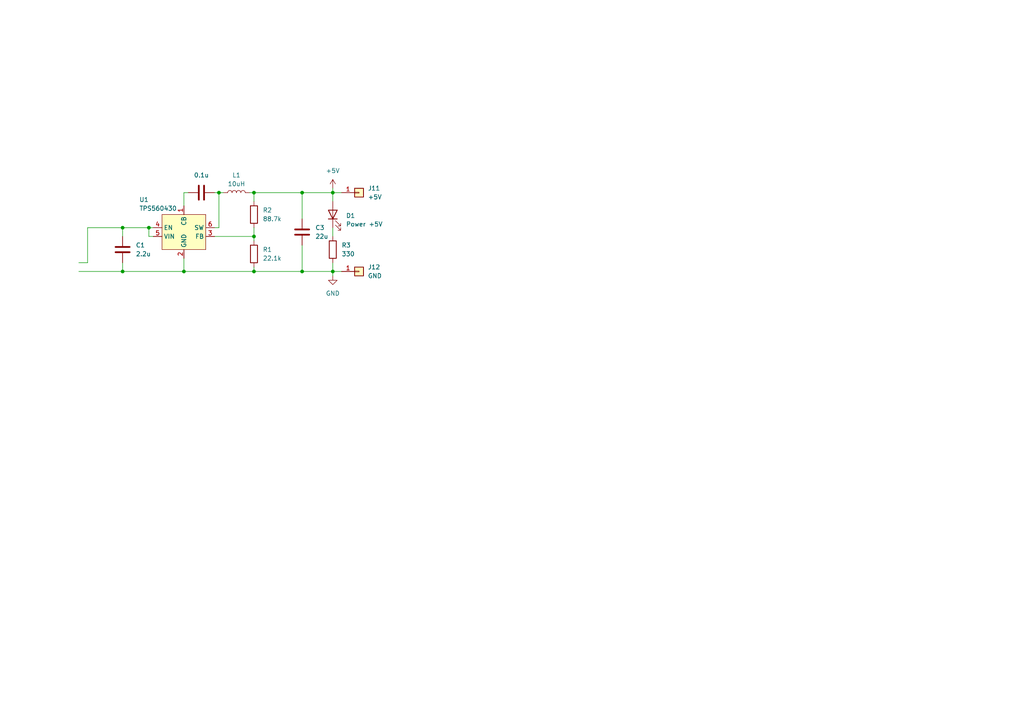
<source format=kicad_sch>
(kicad_sch (version 20250114) (generator "eeschema") (generator_version "9.0")
  (paper "A4")
  (lib_symbols
    (symbol "Connector_Generic:Conn_01x01" (pin_names (offset 1.016) (hide yes))
      (property "Reference" "J" (at 0 2.54 0))
      (property "Value" "Conn_01x01" (at 0 -2.54 0))
      (symbol "Conn_01x01_1_1"
        (rectangle (start -1.27 1.27) (end 1.27 -1.27) (stroke (width 0.254)) (fill (type background)))
        (rectangle (start -1.27 0.127) (end 0 -0.127) (stroke (width 0.1524)))
        (pin passive line (at -5.08 0 0) (length 3.81) (name "Pin_1") (number "1"))
      )
    )
    (symbol "Device:C" (pin_numbers (hide yes)) (pin_names (offset 0.254))
      (property "Reference" "C" (at 0.635 2.54 0))
      (property "Value" "C" (at 0.635 -2.54 0))
      (symbol "C_0_1"
        (polyline (pts (xy -2.032 0.762) (xy 2.032 0.762)) (stroke (width 0.508)))
        (polyline (pts (xy -2.032 -0.762) (xy 2.032 -0.762)) (stroke (width 0.508)))
      )
      (symbol "C_1_1"
        (pin passive line (at 0 3.81 270) (length 2.794) (name "~") (number "1"))
        (pin passive line (at 0 -3.81 90) (length 2.794) (name "~") (number "2"))
      )
    )
    (symbol "Device:L" (pin_numbers (hide yes)) (pin_names (offset 1.016) (hide yes))
      (property "Reference" "L" (at -1.27 0 90))
      (property "Value" "L" (at 1.905 0 90))
      (symbol "L_0_1"
        (arc (start 0 2.54) (mid 0.6323 1.905) (end 0 1.27))
        (arc (start 0 1.27) (mid 0.6323 0.635) (end 0 0))
        (arc (start 0 0) (mid 0.6323 -0.635) (end 0 -1.27))
        (arc (start 0 -1.27) (mid 0.6323 -1.905) (end 0 -2.54))
      )
      (symbol "L_1_1"
        (pin passive line (at 0 3.81 270) (length 1.27) (name "1") (number "1"))
        (pin passive line (at 0 -3.81 90) (length 1.27) (name "2") (number "2"))
      )
    )
    (symbol "Device:LED" (pin_numbers (hide yes)) (pin_names (offset 1.016) (hide yes))
      (property "Reference" "D" (at 0 2.54 0))
      (property "Value" "LED" (at 0 -2.54 0))
      (symbol "LED_0_1"
        (polyline (pts (xy -3.048 -0.762) (xy -4.572 -2.286) (xy -3.81 -2.286) (xy -4.572 -2.286) (xy -4.572 -1.524)))
        (polyline (pts (xy -1.778 -0.762) (xy -3.302 -2.286) (xy -2.54 -2.286) (xy -3.302 -2.286) (xy -3.302 -1.524)))
        (polyline (pts (xy -1.27 0) (xy 1.27 0)))
        (polyline (pts (xy -1.27 -1.27) (xy -1.27 1.27)) (stroke (width 0.254)))
        (polyline (pts (xy 1.27 -1.27) (xy 1.27 1.27) (xy -1.27 0) (xy 1.27 -1.27)) (stroke (width 0.254)))
      )
      (symbol "LED_1_1"
        (pin passive line (at -3.81 0 0) (length 2.54) (name "K") (number "1"))
        (pin passive line (at 3.81 0 180) (length 2.54) (name "A") (number "2"))
      )
    )
    (symbol "Device:R" (pin_numbers (hide yes)) (pin_names (offset 0))
      (property "Reference" "R" (at 2.032 0 90))
      (property "Value" "R" (at 0 0 90))
      (symbol "R_0_1"
        (rectangle (start -1.016 -2.54) (end 1.016 2.54) (stroke (width 0.254)))
      )
      (symbol "R_1_1"
        (pin passive line (at 0 3.81 270) (length 1.27) (name "~") (number "1"))
        (pin passive line (at 0 -3.81 90) (length 1.27) (name "~") (number "2"))
      )
    )
    (symbol "TPS560430_1"
      (property "Reference" "U" (at -10.414 12.954 0))
      (property "Value" "TPS560430" (at -5.588 11.176 0))
      (symbol "TPS560430_1_1_1"
        (rectangle (start 0 10.16) (end 12.7 0) (fill (type background)))
        (pin input line (at -2.54 6.35 0) (length 2.54) (name "EN") (number "4"))
        (pin power_in line (at -2.54 3.81 0) (length 2.54) (name "VIN") (number "5"))
        (pin input line (at 6.35 12.7 270) (length 2.54) (name "CB") (number "1"))
        (pin power_in line (at 6.35 -2.54 90) (length 2.54) (name "GND") (number "2"))
        (pin input line (at 15.24 6.35 180) (length 2.54) (name "SW") (number "6"))
        (pin input line (at 15.24 3.81 180) (length 2.54) (name "FB") (number "3"))
      )
    )
    (symbol "power:+5V" (power) (pin_numbers (hide yes)) (pin_names (offset 0) (hide yes))
      (property "Value" "+5V" (at 0 3.556 0))
      (symbol "+5V_0_1"
        (polyline (pts (xy -0.762 1.27) (xy 0 2.54)))
        (polyline (pts (xy 0 2.54) (xy 0.762 1.27)))
        (polyline (pts (xy 0 0) (xy 0 2.54)))
      )
      (symbol "+5V_1_1"
        (pin power_in line (at 0 0 90) (length 0) (name "~") (number "1"))
      )
    )
    (symbol "power:GND" (power) (pin_numbers (hide yes)) (pin_names (offset 0) (hide yes))
      (property "Value" "GND" (at 0 -3.81 0))
      (symbol "GND_0_1"
        (polyline (pts (xy 0 0) (xy 0 -1.27) (xy 1.27 -1.27) (xy 0 -2.54) (xy -1.27 -1.27) (xy 0 -1.27)))
      )
      (symbol "GND_1_1"
        (pin power_in line (at 0 0 270) (length 0) (name "~") (number "1"))
      )
    )
  )
  (junction (at 35.56 78.74))
  (junction (at 96.52 55.88))
  (junction (at 87.63 55.88))
  (junction (at 87.63 78.74))
  (junction (at 73.66 68.58))
  (junction (at 73.66 55.88))
  (junction (at 53.34 78.74))
  (junction (at 96.52 78.74))
  (junction (at 73.66 78.74))
  (junction (at 35.56 66.04))
  (junction (at 43.18 66.04))
  (junction (at 63.5 55.88))
  (wire (pts (xy 87.63 55.88) (xy 96.52 55.88)))
  (wire (pts (xy 96.52 78.74) (xy 96.52 80.01)))
  (wire (pts (xy 373.38 11.43) (xy 360.68 11.43)))
  (wire (pts (xy 53.34 78.74) (xy 73.66 78.74)))
  (wire (pts (xy 87.63 78.74) (xy 96.52 78.74)))
  (wire (pts (xy 96.52 55.88) (xy 99.06 55.88)))
  (wire (pts (xy 35.56 66.04) (xy 35.56 68.58)))
  (wire (pts (xy 96.52 76.2) (xy 96.52 78.74)))
  (wire (pts (xy 25.4 66.04) (xy 35.56 66.04)))
  (wire (pts (xy 73.66 66.04) (xy 73.66 68.58)))
  (wire (pts (xy 35.56 76.2) (xy 35.56 78.74)))
  (wire (pts (xy 43.18 66.04) (xy 44.45 66.04)))
  (wire (pts (xy 96.52 78.74) (xy 99.06 78.74)))
  (wire (pts (xy 22.86 78.74) (xy 35.56 78.74)))
  (wire (pts (xy 63.5 66.04) (xy 62.23 66.04)))
  (wire (pts (xy 72.39 55.88) (xy 73.66 55.88)))
  (wire (pts (xy 62.23 55.88) (xy 63.5 55.88)))
  (wire (pts (xy 87.63 71.12) (xy 87.63 78.74)))
  (wire (pts (xy 96.52 54.61) (xy 96.52 55.88)))
  (wire (pts (xy 35.56 66.04) (xy 43.18 66.04)))
  (wire (pts (xy 22.86 76.2) (xy 25.4 76.2)))
  (wire (pts (xy 62.23 68.58) (xy 73.66 68.58)))
  (wire (pts (xy 73.66 68.58) (xy 73.66 69.85)))
  (wire (pts (xy 73.66 55.88) (xy 87.63 55.88)))
  (wire (pts (xy 25.4 66.04) (xy 25.4 76.2)))
  (wire (pts (xy 87.63 55.88) (xy 87.63 63.5)))
  (wire (pts (xy 96.52 55.88) (xy 96.52 58.42)))
  (wire (pts (xy 63.5 55.88) (xy 64.77 55.88)))
  (wire (pts (xy 96.52 66.04) (xy 96.52 68.58)))
  (wire (pts (xy 53.34 55.88) (xy 54.61 55.88)))
  (wire (pts (xy 35.56 78.74) (xy 53.34 78.74)))
  (wire (pts (xy 53.34 55.88) (xy 53.34 59.69)))
  (wire (pts (xy 44.45 68.58) (xy 43.18 68.58)))
  (wire (pts (xy 73.66 55.88) (xy 73.66 58.42)))
  (wire (pts (xy 73.66 78.74) (xy 87.63 78.74)))
  (wire (pts (xy 53.34 74.93) (xy 53.34 78.74)))
  (wire (pts (xy 43.18 66.04) (xy 43.18 68.58)))
  (wire (pts (xy 63.5 55.88) (xy 63.5 66.04)))
  (wire (pts (xy 73.66 77.47) (xy 73.66 78.74)))
  (symbol (lib_id "Connector_Generic:Conn_01x01") (at 104.14 78.74 0) (unit 1)
    (property "Reference" "J12" (at 106.68 77.4699 0) (effects (justify left)))
    (property "Value" "GND" (at 106.68 80.0099 0) (effects (justify left)))
    (property "Footprint" "Connector_PinHeader_1.00mm:PinHeader_1x01_P1.00mm_Vertical" (effects (hide yes)))
    (property "Description" "Generic connector, single row, 01x01, script generated (kicad-library-utils/schlib/autogen/connector/)" (effects (hide yes)))
  )
  (symbol (lib_id "Device:R") (at 73.66 62.23 0) (unit 1)
    (property "Reference" "R2" (at 76.2 60.9599 0) (effects (justify left)))
    (property "Value" "88.7k" (at 76.2 63.4999 0) (effects (justify left)))
    (property "Footprint" "Resistor_SMD:R_1206_3216Metric" (effects (hide yes)))
    (property "Description" "Resistor" (effects (hide yes)))
  )
  (symbol (lib_id "power:+5V") (at 96.52 54.61 0) (unit 1)
    (property "Reference" "#PWR010" (effects (hide yes)))
    (property "Value" "+5V" (at 96.52 49.53 0))
    (property "Description" "Power symbol creates a global label with name \"+5V\"" (effects (hide yes)))
  )
  (symbol (lib_id "Device:LED") (at 96.52 62.23 90) (unit 1)
    (property "Reference" "D1" (at 100.33 62.5474 90) (effects (justify right)))
    (property "Value" "Power +5V" (at 100.33 65.024 90) (effects (justify right)))
    (property "Footprint" "LED_SMD:LED_0805_2012Metric" (effects (hide yes)))
    (property "Description" "Light emitting diode" (effects (hide yes)))
    (property "Sim.Pins" "1=K 2=A" (effects (hide yes)))
  )
  (symbol (lib_id "Device:C") (at 87.63 67.31 0) (unit 1)
    (property "Reference" "C3" (at 91.44 66.0399 0) (effects (justify left)))
    (property "Value" "22u" (at 91.44 68.5799 0) (effects (justify left)))
    (property "Footprint" "Capacitor_SMD:C_1206_3216Metric" (effects (hide yes)))
    (property "Description" "Unpolarized capacitor" (effects (hide yes)))
  )
  (symbol (lib_id "Device:R") (at 73.66 73.66 0) (unit 1)
    (property "Reference" "R1" (at 76.2 72.3899 0) (effects (justify left)))
    (property "Value" "22.1k" (at 76.2 74.9299 0) (effects (justify left)))
    (property "Footprint" "Resistor_SMD:R_1206_3216Metric" (effects (hide yes)))
    (property "Description" "Resistor" (effects (hide yes)))
  )
  (symbol (lib_id "power:GND") (at 96.52 80.01 0) (unit 1)
    (property "Reference" "#PWR05" (effects (hide yes)))
    (property "Value" "GND" (at 96.52 85.09 0))
    (property "Description" "Power symbol creates a global label with name \"GND\" , ground" (effects (hide yes)))
  )
  (symbol (lib_id "Connector_Generic:Conn_01x01") (at 104.14 55.88 0) (unit 1)
    (property "Reference" "J11" (at 106.68 54.6099 0) (effects (justify left)))
    (property "Value" "+5V" (at 106.68 57.1499 0) (effects (justify left)))
    (property "Footprint" "Connector_PinHeader_1.00mm:PinHeader_1x01_P1.00mm_Vertical" (effects (hide yes)))
    (property "Description" "Generic connector, single row, 01x01, script generated (kicad-library-utils/schlib/autogen/connector/)" (effects (hide yes)))
  )
  (symbol (lib_id "Device:L") (at 68.58 55.88 90) (unit 1)
    (property "Reference" "L1" (at 68.58 50.8 90))
    (property "Value" "10uH" (at 68.58 53.34 90))
    (property "Footprint" "custom_parts:IND-SMD_L4.5-W4.0_GCD43-XX" (effects (hide yes)))
    (property "Description" "Inductor" (effects (hide yes)))
  )
  (symbol (lib_id "Device:R") (at 96.52 72.39 0) (unit 1)
    (property "Reference" "R3" (at 99.06 71.1199 0) (effects (justify left)))
    (property "Value" "330" (at 99.06 73.6599 0) (effects (justify left)))
    (property "Footprint" "Resistor_SMD:R_1206_3216Metric" (effects (hide yes)))
    (property "Description" "Resistor" (effects (hide yes)))
  )
  (symbol (lib_id "Device:C") (at 58.42 55.88 90) (unit 1)
    (property "Reference" "C2" (effects (hide yes)))
    (property "Value" "0.1u" (at 58.42 50.8 90))
    (property "Footprint" "Capacitor_SMD:C_1206_3216Metric" (effects (hide yes)))
    (property "Description" "Unpolarized capacitor" (effects (hide yes)))
  )
  (symbol (lib_name "TPS560430_1") (lib_id "custom_parts:TPS560430") (at 46.99 72.39 0) (unit 1)
    (property "Reference" "U1" (at 40.386 57.912 0) (effects (justify left)))
    (property "Value" "TPS560430" (at 40.386 60.452 0) (effects (justify left)))
    (property "Footprint" "Package_TO_SOT_SMD:SOT-23-6" (effects (hide yes)))
  )
  (symbol (lib_id "Device:C") (at 35.56 72.39 0) (unit 1)
    (property "Reference" "C1" (at 39.37 71.1199 0) (effects (justify left)))
    (property "Value" "2.2u" (at 39.37 73.6599 0) (effects (justify left)))
    (property "Footprint" "Capacitor_SMD:C_1206_3216Metric" (effects (hide yes)))
    (property "Description" "Unpolarized capacitor" (effects (hide yes)))
  )
)
</source>
